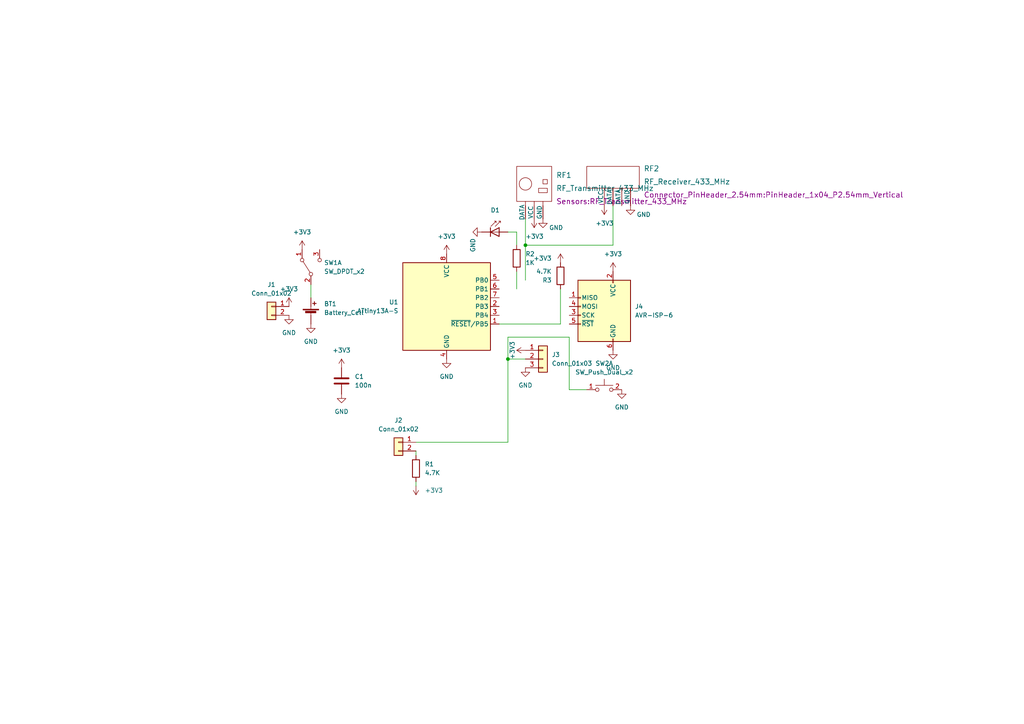
<source format=kicad_sch>
(kicad_sch (version 20211123) (generator eeschema)
  (paper "A4")
  (lib_symbols
    (symbol "Connector:AVR-ISP-6" (pin_names (offset 1.016))
      (property "Reference" "J" (at -6.35 11.43 0))
      (property "Value" "AVR-ISP-6" (at 0 11.43 0))
      (symbol "AVR-ISP-6_0_1"
        (rectangle (start -2.667 -6.858) (end -2.413 -7.62))
        (rectangle (start -2.667 10.16) (end -2.413 9.398))
        (rectangle (start 7.62 -2.413) (end 6.858 -2.667))
        (rectangle (start 7.62 0.127) (end 6.858 -0.127))
        (rectangle (start 7.62 2.667) (end 6.858 2.413))
        (rectangle (start 7.62 5.207) (end 6.858 4.953))
        (rectangle (start 7.62 10.16) (end -7.62 -7.62) (stroke (width 0.254)) (fill (type background)))
      )
      (symbol "AVR-ISP-6_1_1"
        (pin passive line (at 10.16 5.08 180) (length 2.54) (name "MISO") (number "1"))
        (pin passive line (at -2.54 12.7 270) (length 2.54) (name "VCC") (number "2"))
        (pin passive line (at 10.16 0 180) (length 2.54) (name "SCK") (number "3"))
        (pin passive line (at 10.16 2.54 180) (length 2.54) (name "MOSI") (number "4"))
        (pin passive line (at 10.16 -2.54 180) (length 2.54) (name "~{RST}") (number "5"))
        (pin passive line (at -2.54 -10.16 90) (length 2.54) (name "GND") (number "6"))
      )
    )
    (symbol "Connector_Generic:Conn_01x02" (pin_names (offset 1.016) hide)
      (property "Reference" "J" (at 0 2.54 0))
      (property "Value" "Conn_01x02" (at 0 -5.08 0))
      (symbol "Conn_01x02_1_1"
        (rectangle (start -1.27 -2.413) (end 0 -2.667) (stroke (width 0.1524)))
        (rectangle (start -1.27 0.127) (end 0 -0.127) (stroke (width 0.1524)))
        (rectangle (start -1.27 1.27) (end 1.27 -3.81) (stroke (width 0.254)) (fill (type background)))
        (pin passive line (at -5.08 0 0) (length 3.81) (name "Pin_1") (number "1"))
        (pin passive line (at -5.08 -2.54 0) (length 3.81) (name "Pin_2") (number "2"))
      )
    )
    (symbol "Connector_Generic:Conn_01x03" (pin_names (offset 1.016) hide)
      (property "Reference" "J" (at 0 5.08 0))
      (property "Value" "Conn_01x03" (at 0 -5.08 0))
      (symbol "Conn_01x03_1_1"
        (rectangle (start -1.27 -2.413) (end 0 -2.667) (stroke (width 0.1524)))
        (rectangle (start -1.27 0.127) (end 0 -0.127) (stroke (width 0.1524)))
        (rectangle (start -1.27 2.667) (end 0 2.413) (stroke (width 0.1524)))
        (rectangle (start -1.27 3.81) (end 1.27 -3.81) (stroke (width 0.254)) (fill (type background)))
        (pin passive line (at -5.08 2.54 0) (length 3.81) (name "Pin_1") (number "1"))
        (pin passive line (at -5.08 0 0) (length 3.81) (name "Pin_2") (number "2"))
        (pin passive line (at -5.08 -2.54 0) (length 3.81) (name "Pin_3") (number "3"))
      )
    )
    (symbol "Device:Battery_Cell" (pin_numbers hide) (pin_names (offset 0) hide)
      (property "Reference" "BT" (at 2.54 2.54 0))
      (property "Value" "Battery_Cell" (at 2.54 0 0))
      (symbol "Battery_Cell_0_1"
        (rectangle (start -2.286 1.778) (end 2.286 1.524) (fill (type outline)))
        (rectangle (start -1.5748 1.1938) (end 1.4732 0.6858) (fill (type outline)))
        (polyline (pts (xy 0 0.762) (xy 0 0)))
        (polyline (pts (xy 0 1.778) (xy 0 2.54)))
        (polyline (pts (xy 0.508 3.429) (xy 1.524 3.429)) (stroke (width 0.254)))
        (polyline (pts (xy 1.016 3.937) (xy 1.016 2.921)) (stroke (width 0.254)))
      )
      (symbol "Battery_Cell_1_1"
        (pin passive line (at 0 5.08 270) (length 2.54) (name "+") (number "1"))
        (pin passive line (at 0 -2.54 90) (length 2.54) (name "-") (number "2"))
      )
    )
    (symbol "Device:C" (pin_numbers hide) (pin_names (offset 0.254))
      (property "Reference" "C" (at 0.635 2.54 0))
      (property "Value" "C" (at 0.635 -2.54 0))
      (symbol "C_0_1"
        (polyline (pts (xy -2.032 -0.762) (xy 2.032 -0.762)) (stroke (width 0.508)))
        (polyline (pts (xy -2.032 0.762) (xy 2.032 0.762)) (stroke (width 0.508)))
      )
      (symbol "C_1_1"
        (pin passive line (at 0 3.81 270) (length 2.794) (name "~") (number "1"))
        (pin passive line (at 0 -3.81 90) (length 2.794) (name "~") (number "2"))
      )
    )
    (symbol "Device:R" (pin_numbers hide) (pin_names (offset 0))
      (property "Reference" "R" (at 2.032 0 90))
      (property "Value" "R" (at 0 0 90))
      (symbol "R_0_1"
        (rectangle (start -1.016 -2.54) (end 1.016 2.54) (stroke (width 0.254)))
      )
      (symbol "R_1_1"
        (pin passive line (at 0 3.81 270) (length 1.27) (name "~") (number "1"))
        (pin passive line (at 0 -3.81 90) (length 1.27) (name "~") (number "2"))
      )
    )
    (symbol "LED:SFH4346" (pin_numbers hide) (pin_names (offset 1.016) hide)
      (property "Reference" "D" (at 0.508 1.778 0))
      (property "Value" "SFH4346" (at -1.016 -2.794 0))
      (symbol "SFH4346_0_1"
        (polyline (pts (xy -2.54 1.27) (xy -2.54 -1.27)) (stroke (width 0.254)))
        (polyline (pts (xy 0 0) (xy -2.54 0)))
        (polyline (pts (xy 0.381 3.175) (xy -0.127 3.175)))
        (polyline (pts (xy -1.143 1.651) (xy 0.381 3.175) (xy 0.381 2.667)))
        (polyline (pts (xy 0 1.27) (xy -2.54 0) (xy 0 -1.27) (xy 0 1.27)) (stroke (width 0.254)))
        (polyline (pts (xy -2.413 1.651) (xy -0.889 3.175) (xy -0.889 2.667) (xy -0.889 3.175) (xy -1.397 3.175)))
      )
      (symbol "SFH4346_1_1"
        (pin passive line (at -5.08 0 0) (length 2.54) (name "K") (number "1"))
        (pin passive line (at 2.54 0 180) (length 2.54) (name "A") (number "2"))
      )
    )
    (symbol "MCU_Microchip_ATtiny:ATtiny13A-S"
      (property "Reference" "U" (at -12.7 13.97 0))
      (property "Value" "ATtiny13A-S" (at 2.54 -13.97 0))
      (symbol "ATtiny13A-S_0_1"
        (rectangle (start -12.7 -12.7) (end 12.7 12.7) (stroke (width 0.254)) (fill (type background)))
      )
      (symbol "ATtiny13A-S_1_1"
        (pin bidirectional line (at 15.24 -5.08 180) (length 2.54) (name "~{RESET}/PB5") (number "1"))
        (pin bidirectional line (at 15.24 0 180) (length 2.54) (name "PB3") (number "2"))
        (pin bidirectional line (at 15.24 -2.54 180) (length 2.54) (name "PB4") (number "3"))
        (pin power_in line (at 0 -15.24 90) (length 2.54) (name "GND") (number "4"))
        (pin bidirectional line (at 15.24 7.62 180) (length 2.54) (name "PB0") (number "5"))
        (pin bidirectional line (at 15.24 5.08 180) (length 2.54) (name "PB1") (number "6"))
        (pin bidirectional line (at 15.24 2.54 180) (length 2.54) (name "PB2") (number "7"))
        (pin power_in line (at 0 15.24 270) (length 2.54) (name "VCC") (number "8"))
      )
    )
    (symbol "Switch:SW_DPDT_x2" (pin_names (offset 0) hide)
      (property "Reference" "SW" (at 0 4.318 0))
      (property "Value" "SW_DPDT_x2" (at 0 -5.08 0))
      (symbol "SW_DPDT_x2_0_0"
        (circle (center -2.032 0) (radius 0.508))
        (circle (center 2.032 -2.54) (radius 0.508))
      )
      (symbol "SW_DPDT_x2_0_1"
        (polyline (pts (xy -1.524 0.254) (xy 1.651 2.286)))
        (circle (center 2.032 2.54) (radius 0.508))
      )
      (symbol "SW_DPDT_x2_1_1"
        (pin passive line (at 5.08 2.54 180) (length 2.54) (name "A") (number "1"))
        (pin passive line (at -5.08 0 0) (length 2.54) (name "B") (number "2"))
        (pin passive line (at 5.08 -2.54 180) (length 2.54) (name "C") (number "3"))
      )
      (symbol "SW_DPDT_x2_2_1"
        (pin passive line (at 5.08 2.54 180) (length 2.54) (name "A") (number "4"))
        (pin passive line (at -5.08 0 0) (length 2.54) (name "B") (number "5"))
        (pin passive line (at 5.08 -2.54 180) (length 2.54) (name "C") (number "6"))
      )
    )
    (symbol "Switch:SW_Push_Dual_x2" (pin_names (offset 1.016) hide)
      (property "Reference" "SW" (at 1.27 2.54 0))
      (property "Value" "SW_Push_Dual_x2" (at 0 -1.524 0))
      (symbol "SW_Push_Dual_x2_0_1"
        (circle (center -2.032 0) (radius 0.508))
        (polyline (pts (xy 0 1.27) (xy 0 3.048)))
        (polyline (pts (xy 2.54 1.27) (xy -2.54 1.27)))
        (circle (center 2.032 0) (radius 0.508))
      )
      (symbol "SW_Push_Dual_x2_1_1"
        (pin passive line (at -5.08 0 0) (length 2.54) (name "C") (number "1"))
        (pin passive line (at 5.08 0 180) (length 2.54) (name "D") (number "2"))
      )
      (symbol "SW_Push_Dual_x2_2_1"
        (pin passive line (at -5.08 0 0) (length 2.54) (name "C") (number "3"))
        (pin passive line (at 5.08 0 180) (length 2.54) (name "D") (number "4"))
      )
    )
    (symbol "power:+3V3" (power) (pin_names (offset 0))
      (property "Value" "+3V3" (at 0 3.556 0))
      (symbol "+3V3_0_1"
        (polyline (pts (xy -0.762 1.27) (xy 0 2.54)))
        (polyline (pts (xy 0 0) (xy 0 2.54)))
        (polyline (pts (xy 0 2.54) (xy 0.762 1.27)))
      )
      (symbol "+3V3_1_1"
        (pin power_in line (at 0 0 90) (length 0) hide (name "+3V3") (number "1"))
      )
    )
    (symbol "power:GND" (power) (pin_names (offset 0))
      (property "Value" "GND" (at 0 -3.81 0))
      (symbol "GND_0_1"
        (polyline (pts (xy 0 0) (xy 0 -1.27) (xy 1.27 -1.27) (xy 0 -2.54) (xy -1.27 -1.27) (xy 0 -1.27)))
      )
      (symbol "GND_1_1"
        (pin power_in line (at 0 0 270) (length 0) hide (name "GND") (number "1"))
      )
    )
    (symbol "sensors:RF_Receiver_433_MHz" (pin_numbers hide) (pin_names (offset 0))
      (property "Reference" "RF" (at 0 16.51 0))
      (property "Value" "RF_Receiver_433_MHz" (at 0 13.97 0))
      (symbol "RF_Receiver_433_MHz_0_1"
        (rectangle (start -7.62 5.08) (end 7.62 11.43))
        (polyline (pts (xy 5.08 3.81) (xy 5.08 5.08)))
      )
      (symbol "RF_Receiver_433_MHz_1_1"
        (pin power_in line (at -2.54 0 90) (length 5.08) (name "VCC") (number "1"))
        (pin input line (at 0 0 90) (length 5.08) (name "DATA") (number "2"))
        (pin output line (at 2.54 0 90) (length 5.08) (name "DATA") (number "3"))
        (pin power_in line (at 5.08 0 90) (length 5.08) (name "GND") (number "4"))
      )
    )
    (symbol "sensors:RF_Transmitter_433_MHz" (pin_numbers hide) (pin_names (offset 0))
      (property "Reference" "RF" (at 0 20.32 0))
      (property "Value" "RF_Transmitter_433_MHz" (at 0 17.78 0))
      (symbol "RF_Transmitter_433_MHz_0_1"
        (rectangle (start -5.08 5.08) (end 5.08 15.24))
        (circle (center -2.54 10.16) (radius 1.8034))
        (polyline (pts (xy -2.54 3.81) (xy -2.54 5.08)))
        (polyline (pts (xy 0 3.81) (xy 0 5.08)))
        (polyline (pts (xy 2.54 3.81) (xy 2.54 5.08)))
        (rectangle (start 3.81 8.89) (end 1.27 7.62))
        (rectangle (start 3.81 11.43) (end 2.54 10.16))
      )
      (symbol "RF_Transmitter_433_MHz_1_1"
        (pin input line (at -2.54 0 90) (length 3.81) (name "DATA") (number "1"))
        (pin power_in line (at 0 0 90) (length 3.81) (name "VCC") (number "2"))
        (pin power_in line (at 2.54 0 90) (length 3.81) (name "GND") (number "3"))
      )
    )
  )
  (junction (at 152.4 71.12))
  (junction (at 147.32 104.14))
  (wire (pts (xy 162.56 83.82) (xy 162.56 93.98)))
  (wire (pts (xy 147.32 104.14) (xy 147.32 128.27)))
  (wire (pts (xy 120.65 139.7) (xy 120.65 140.97)))
  (wire (pts (xy 177.8 71.12) (xy 152.4 71.12)))
  (wire (pts (xy 120.65 128.27) (xy 147.32 128.27)))
  (wire (pts (xy 90.17 82.55) (xy 90.17 86.36)))
  (wire (pts (xy 120.65 130.81) (xy 120.65 132.08)))
  (wire (pts (xy 177.8 59.69) (xy 177.8 71.12)))
  (wire (pts (xy 170.18 113.03) (xy 165.1 113.03)))
  (wire (pts (xy 152.4 63.5) (xy 152.4 71.12)))
  (wire (pts (xy 147.32 67.31) (xy 149.86 67.31)))
  (wire (pts (xy 147.32 104.14) (xy 152.4 104.14)))
  (wire (pts (xy 165.1 97.79) (xy 147.32 97.79)))
  (wire (pts (xy 149.86 67.31) (xy 149.86 71.12)))
  (wire (pts (xy 147.32 97.79) (xy 147.32 104.14)))
  (wire (pts (xy 165.1 113.03) (xy 165.1 97.79)))
  (wire (pts (xy 152.4 71.12) (xy 152.4 81.28)))
  (wire (pts (xy 149.86 78.74) (xy 149.86 83.82)))
  (wire (pts (xy 162.56 93.98) (xy 144.78 93.98)))
  (symbol (lib_id "Switch:SW_DPDT_x2") (at 90.17 77.47 90) (unit 1)
    (property "Reference" "SW1" (at 93.98 76.1999 90) (effects (justify right)))
    (property "Value" "SW_DPDT_x2" (at 93.98 78.7399 90) (effects (justify right)))
    (property "Footprint" "Button_Switch_THT:SW_Slide_1P2T_CK_OS102011MS2Q" (effects hide))
  )
  (symbol (lib_id "power:GND") (at 99.06 114.3 0) (unit 1)
    (property "Reference" "#PWR06" (effects hide))
    (property "Value" "GND" (at 99.06 119.38 0))
  )
  (symbol (lib_id "LED:SFH4346") (at 144.78 67.31 0) (unit 1)
    (property "Reference" "D1" (at 143.637 60.96 0))
    (property "Value" "1" (effects hide))
    (property "Footprint" "LED_THT:LED_D3.0mm" (effects hide))
    (property "Footprint" "LED_THT:LED_D3.0mm" (effects hide))
    (property "Reference" "D1" (effects hide))
    (property "Value" "1" (effects hide))
  )
  (symbol (lib_id "power:GND") (at 157.48 63.5 0) (unit 1)
    (property "Reference" "#PWR014" (effects hide))
    (property "Value" "GND" (at 161.29 66.04 0))
  )
  (symbol (lib_id "power:+3V3") (at 120.65 140.97 180) (unit 1)
    (property "Reference" "#PWR07" (effects hide))
    (property "Value" "+3V3" (at 123.19 142.2399 0) (effects (justify right)))
  )
  (symbol (lib_id "power:+3V3") (at 177.8 78.74 0) (unit 1)
    (property "Reference" "#PWR017" (effects hide))
    (property "Value" "+3V3" (at 177.8 73.66 0))
  )
  (symbol (lib_id "power:+3V3") (at 99.06 106.68 0) (unit 1)
    (property "Reference" "#PWR05" (effects hide))
    (property "Value" "+3V3" (at 99.06 101.6 0))
  )
  (symbol (lib_id "power:GND") (at 90.17 93.98 0) (unit 1)
    (property "Reference" "#PWR04" (effects hide))
    (property "Value" "GND" (at 90.17 99.06 0))
  )
  (symbol (lib_id "Device:C") (at 99.06 110.49 0) (unit 1)
    (property "Reference" "C1" (at 102.87 109.2199 0) (effects (justify left)))
    (property "Value" "100n" (at 102.87 111.7599 0) (effects (justify left)))
    (property "Footprint" "Capacitor_SMD:C_0805_2012Metric" (effects hide))
  )
  (symbol (lib_id "power:+3V3") (at 175.26 59.69 180) (unit 1)
    (property "Reference" "#PWR016" (effects hide))
    (property "Value" "+3V3" (at 172.72 64.77 0) (effects (justify right)))
  )
  (symbol (lib_id "power:+3V3") (at 154.94 63.5 180) (unit 1)
    (property "Reference" "#PWR013" (effects hide))
    (property "Value" "+3V3" (at 152.4 68.58 0) (effects (justify right)))
  )
  (symbol (lib_id "power:+3V3") (at 152.4 101.6 90) (unit 1)
    (property "Reference" "#PWR011" (effects hide))
    (property "Value" "+3V3" (at 148.59 101.6 0))
  )
  (symbol (lib_id "power:+3V3") (at 83.82 88.9 0) (unit 1)
    (property "Reference" "#PWR01" (effects hide))
    (property "Value" "+3V3" (at 83.82 83.82 0))
  )
  (symbol (lib_id "power:+3V3") (at 87.63 72.39 0) (unit 1)
    (property "Reference" "#PWR03" (effects hide))
    (property "Value" "+3V3" (at 87.63 67.31 0))
  )
  (symbol (lib_id "power:GND") (at 129.54 104.14 0) (unit 1)
    (property "Reference" "#PWR09" (effects hide))
    (property "Value" "GND" (at 129.54 109.22 0))
  )
  (symbol (lib_id "Connector_Generic:Conn_01x02") (at 78.74 88.9 0) (mirror y) (unit 1)
    (property "Reference" "J1" (at 78.74 82.55 0))
    (property "Value" "Conn_01x02" (at 78.74 85.09 0))
    (property "Footprint" "Connector_PinHeader_2.54mm:PinHeader_1x02_P2.54mm_Vertical" (effects hide))
    (property "Footprint" "Connector_PinHeader_2.54mm:PinHeader_1x02_P2.54mm_Vertical" (effects hide))
    (property "Reference" "J1" (effects hide))
    (property "Value" "Conn_01x02" (effects hide))
  )
  (symbol (lib_id "Device:R") (at 149.86 74.93 0) (unit 1)
    (property "Reference" "R2" (at 152.4 73.6599 0) (effects (justify left)))
    (property "Value" "1K" (at 152.4 76.1999 0) (effects (justify left)))
    (property "Footprint" "Resistor_SMD:R_0805_2012Metric" (effects hide))
    (property "Footprint" "Resistor_SMD:R_0805_2012Metric" (effects hide))
    (property "Reference" "R2" (effects hide))
    (property "Value" "1K" (effects hide))
  )
  (symbol (lib_id "power:GND") (at 83.82 91.44 0) (unit 1)
    (property "Reference" "#PWR02" (effects hide))
    (property "Value" "GND" (at 83.82 96.52 0))
  )
  (symbol (lib_id "power:GND") (at 180.34 113.03 0) (unit 1)
    (property "Reference" "#PWR019" (effects hide))
    (property "Value" "GND" (at 180.34 118.11 0))
  )
  (symbol (lib_id "Device:R") (at 120.65 135.89 0) (unit 1)
    (property "Reference" "R1" (at 123.19 134.6199 0) (effects (justify left)))
    (property "Value" "4.7K" (at 123.19 137.1599 0) (effects (justify left)))
    (property "Footprint" "Resistor_SMD:R_0805_2012Metric" (effects hide))
    (property "Footprint" "Resistor_SMD:R_0805_2012Metric" (effects hide))
    (property "Reference" "R1" (effects hide))
    (property "Value" "4.7K" (effects hide))
  )
  (symbol (lib_id "power:GND") (at 139.7 67.31 270) (unit 1)
    (property "Reference" "#PWR010" (effects hide))
    (property "Value" "GND" (at 137.16 71.12 0))
  )
  (symbol (lib_id "power:+3V3") (at 162.56 76.2 0) (unit 1)
    (property "Reference" "#PWR015" (effects hide))
    (property "Value" "+3V3" (at 160.02 74.9301 0) (effects (justify right)))
  )
  (symbol (lib_id "sensors:RF_Transmitter_433_MHz") (at 154.94 63.5 0) (unit 1)
    (property "Reference" "RF1" (at 161.29 50.8 0) (effects (font (size 1.524 1.524)) (justify left)))
    (property "Value" "RF_Transmitter_433_MHz" (at 161.29 54.61 0) (effects (font (size 1.524 1.524)) (justify left)))
    (property "Footprint" "Sensors:RF_Transmitter_433_MHz" (at 161.29 58.42 0) (effects (font (size 1.524 1.524)) (justify left)))
  )
  (symbol (lib_id "Switch:SW_Push_Dual_x2") (at 175.26 113.03 0) (unit 1)
    (property "Reference" "SW2" (at 175.26 105.41 0))
    (property "Value" "SW_Push_Dual_x2" (at 175.26 107.95 0))
    (property "Footprint" "Button_Switch_THT:SW_PUSH_6mm_H4.3mm" (effects hide))
  )
  (symbol (lib_id "sensors:RF_Receiver_433_MHz") (at 177.8 59.69 0) (unit 1)
    (property "Reference" "RF2" (at 186.69 48.895 0) (effects (font (size 1.524 1.524)) (justify left)))
    (property "Value" "RF_Receiver_433_MHz" (at 186.69 52.705 0) (effects (font (size 1.524 1.524)) (justify left)))
    (property "Footprint" "Connector_PinHeader_2.54mm:PinHeader_1x04_P2.54mm_Vertical" (at 186.69 56.515 0) (effects (font (size 1.524 1.524)) (justify left)))
  )
  (symbol (lib_id "Connector_Generic:Conn_01x02") (at 115.57 128.27 0) (mirror y) (unit 1)
    (property "Reference" "J2" (at 115.57 121.92 0))
    (property "Value" "Conn_01x02" (at 115.57 124.46 0))
    (property "Footprint" "Connector_PinHeader_2.54mm:PinHeader_1x02_P2.54mm_Vertical" (effects hide))
    (property "Footprint" "Connector_PinHeader_2.54mm:PinHeader_1x02_P2.54mm_Vertical" (effects hide))
    (property "Reference" "J2" (effects hide))
    (property "Value" "Conn_01x02" (effects hide))
  )
  (symbol (lib_id "power:+3V3") (at 129.54 73.66 0) (unit 1)
    (property "Reference" "#PWR08" (effects hide))
    (property "Value" "+3V3" (at 129.54 68.58 0))
  )
  (symbol (lib_id "Connector:AVR-ISP-6") (at 175.26 91.44 0) (mirror y) (unit 1)
    (property "Reference" "J4" (at 184.15 88.8999 0) (effects (justify right)))
    (property "Value" "AVR-ISP-6" (at 184.15 91.4399 0) (effects (justify right)))
    (property "Footprint" "Connector_PinHeader_2.54mm:PinHeader_2x03_P2.54mm_Vertical" (effects hide))
    (property "Datasheet" " ~" (effects hide))
    (property "Footprint" "Connector_PinHeader_2.54mm:PinHeader_2x03_P2.54mm_Vertical" (effects hide))
    (property "Reference" "J4" (effects hide))
    (property "Value" "AVR-ISP-6" (effects hide))
  )
  (symbol (lib_id "power:GND") (at 152.4 106.68 0) (unit 1)
    (property "Reference" "#PWR012" (effects hide))
    (property "Value" "GND" (at 152.4 111.76 0))
  )
  (symbol (lib_id "power:GND") (at 177.8 101.6 0) (unit 1)
    (property "Reference" "#PWR018" (effects hide))
    (property "Value" "GND" (at 177.8 106.68 0))
  )
  (symbol (lib_id "Device:Battery_Cell") (at 90.17 91.44 0) (unit 1)
    (property "Reference" "BT1" (at 93.98 88.1379 0) (effects (justify left)))
    (property "Value" "Battery_Cell" (at 93.98 90.6779 0) (effects (justify left)))
    (property "Footprint" "Battery:BatteryHolder_ComfortableElectronic_CH273-2450_1x2450" (effects hide))
    (property "Footprint" "Battery:BatteryHolder_ComfortableElectronic_CH273-2450_1x2450" (effects hide))
    (property "Reference" "BT1" (effects hide))
    (property "Value" "Battery_Cell" (effects hide))
  )
  (symbol (lib_id "power:GND") (at 182.88 59.69 0) (unit 1)
    (property "Reference" "#PWR020" (effects hide))
    (property "Value" "GND" (at 186.69 62.23 0))
  )
  (symbol (lib_id "MCU_Microchip_ATtiny:ATtiny13A-S") (at 129.54 88.9 0) (unit 1)
    (property "Reference" "U1" (at 115.57 87.6299 0) (effects (justify right)))
    (property "Value" "ATtiny13A-S" (at 115.57 90.1699 0) (effects (justify right)))
    (property "Footprint" "Package_SO:SOIC-8W_5.3x5.3mm_P1.27mm" (effects hide))
    (property "Datasheet" "http://ww1.microchip.com/downloads/en/DeviceDoc/doc8126.pdf" (effects hide))
  )
  (symbol (lib_id "Connector_Generic:Conn_01x03") (at 157.48 104.14 0) (unit 1)
    (property "Reference" "J3" (at 160.02 102.8699 0) (effects (justify left)))
    (property "Value" "Conn_01x03" (at 160.02 105.4099 0) (effects (justify left)))
    (property "Footprint" "Connector_PinHeader_2.54mm:PinHeader_1x03_P2.54mm_Vertical" (effects hide))
  )
  (symbol (lib_id "Device:R") (at 162.56 80.01 180) (unit 1)
    (property "Reference" "R3" (at 160.02 81.2801 0) (effects (justify left)))
    (property "Value" "4.7K" (at 160.02 78.7401 0) (effects (justify left)))
    (property "Footprint" "Resistor_SMD:R_0805_2012Metric" (effects hide))
    (property "Footprint" "Resistor_SMD:R_0805_2012Metric" (effects hide))
    (property "Reference" "R3" (effects hide))
    (property "Value" "4.7K" (effects hide))
  )
)
</source>
